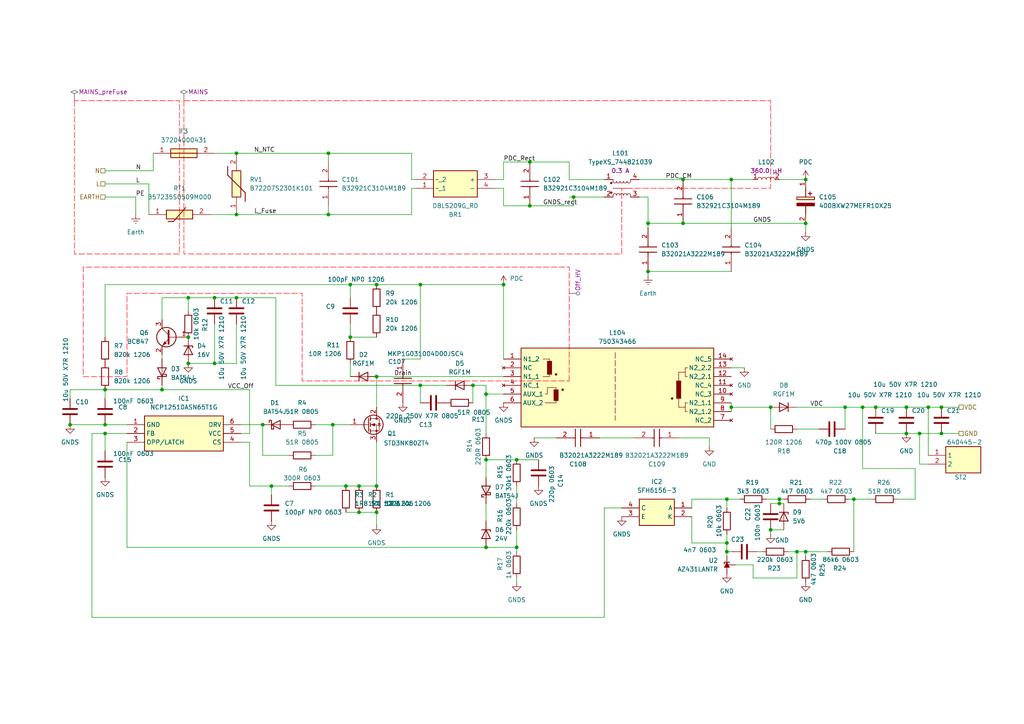
<source format=kicad_sch>
(kicad_sch (version 20250114) (generator "eeschema") (generator_version "9.0")
  (paper "A4")
  (junction (at 212.09 52.07))
  (junction (at 210.82 157.48))
  (junction (at 109.22 109.22))
  (junction (at 30.48 125.73))
  (junction (at 198.12 64.77))
  (junction (at 187.96 78.74))
  (junction (at 46.99 113.03))
  (junction (at 247.65 144.78))
  (junction (at 62.23 105.41))
  (junction (at 223.52 118.11))
  (junction (at 245.11 118.11))
  (junction (at 166.37 57.15))
  (junction (at 269.24 118.11))
  (junction (at 100.33 140.97))
  (junction (at 233.68 64.77))
  (junction (at 95.25 44.45))
  (junction (at 101.6 97.79))
  (junction (at 149.86 133.35))
  (junction (at 262.89 118.11))
  (junction (at 210.82 144.78))
  (junction (at 273.05 118.11))
  (junction (at 101.6 82.55))
  (junction (at 140.97 158.75))
  (junction (at 140.97 133.35))
  (junction (at 76.2 123.19))
  (junction (at 233.68 52.07))
  (junction (at 54.61 97.79))
  (junction (at 250.19 118.11))
  (junction (at 96.52 123.19))
  (junction (at 68.58 62.23))
  (junction (at 104.14 140.97))
  (junction (at 210.82 160.02))
  (junction (at 266.7 125.73))
  (junction (at 78.74 140.97))
  (junction (at 104.14 148.59))
  (junction (at 109.22 148.59))
  (junction (at 149.86 158.75))
  (junction (at 140.97 114.3))
  (junction (at 153.67 46.99))
  (junction (at 109.22 82.55))
  (junction (at 137.16 111.76))
  (junction (at 146.05 82.55))
  (junction (at 226.06 146.05))
  (junction (at 30.48 123.19))
  (junction (at 153.67 59.69))
  (junction (at 198.12 52.07))
  (junction (at 121.92 82.55))
  (junction (at 30.48 113.03))
  (junction (at 262.89 125.73))
  (junction (at 233.68 160.02))
  (junction (at 54.61 105.41))
  (junction (at 20.32 123.19))
  (junction (at 121.92 111.76))
  (junction (at 226.06 144.78))
  (junction (at 212.09 118.11))
  (junction (at 231.14 160.02))
  (junction (at 273.05 125.73))
  (junction (at 68.58 86.36))
  (junction (at 95.25 62.23))
  (junction (at 223.52 153.67))
  (junction (at 68.58 44.45))
  (junction (at 62.23 86.36))
  (junction (at 187.96 64.77))
  (junction (at 54.61 86.36))
  (junction (at 109.22 140.97))
  (junction (at 254 118.11))
  (wire (pts (xy 226.06 144.78) (xy 227.33 144.78)))
  (wire (pts (xy 68.58 44.45) (xy 95.25 44.45)))
  (wire (pts (xy 26.67 179.07) (xy 175.26 179.07)))
  (wire (pts (xy 218.44 163.83) (xy 218.44 167.64)))
  (wire (pts (xy 95.25 44.45) (xy 95.25 46.99)))
  (wire (pts (xy 116.84 104.14) (xy 121.92 104.14)))
  (wire (pts (xy 196.85 127) (xy 205.74 127)))
  (wire (pts (xy 140.97 146.05) (xy 140.97 151.13)))
  (wire (pts (xy 95.25 62.23) (xy 68.58 62.23)))
  (wire (pts (xy 39.37 62.23) (xy 39.37 57.15)))
  (wire (pts (xy 234.95 144.78) (xy 238.76 144.78)))
  (wire (pts (xy 69.85 125.73) (xy 72.39 125.73)))
  (wire (pts (xy 30.48 53.34) (xy 43.18 53.34)))
  (wire (pts (xy 129.54 111.76) (xy 121.92 111.76)))
  (wire (pts (xy 20.32 123.19) (xy 30.48 123.19)))
  (wire (pts (xy 212.09 118.11) (xy 212.09 119.38)))
  (wire (pts (xy 247.65 160.02) (xy 247.65 144.78)))
  (wire (pts (xy 223.52 153.67) (xy 227.33 153.67)))
  (wire (pts (xy 254 125.73) (xy 262.89 125.73)))
  (wire (pts (xy 213.36 163.83) (xy 218.44 163.83)))
  (wire (pts (xy 205.74 127) (xy 205.74 129.54)))
  (wire (pts (xy 187.96 78.74) (xy 212.09 78.74)))
  (wire (pts (xy 226.06 144.78) (xy 226.06 146.05)))
  (wire (pts (xy 223.52 153.67) (xy 223.52 154.94)))
  (wire (pts (xy 80.01 111.76) (xy 121.92 111.76)))
  (wire (pts (xy 46.99 111.76) (xy 46.99 113.03)))
  (wire (pts (xy 30.48 123.19) (xy 36.83 123.19)))
  (wire (pts (xy 62.23 44.45) (xy 68.58 44.45)))
  (wire (pts (xy 260.35 144.78) (xy 265.43 144.78)))
  (wire (pts (xy 149.86 153.67) (xy 149.86 158.75)))
  (wire (pts (xy 46.99 92.71) (xy 46.99 86.36)))
  (wire (pts (xy 200.66 149.86) (xy 200.66 157.48)))
  (wire (pts (xy 250.19 135.89) (xy 265.43 135.89)))
  (wire (pts (xy 173.99 127) (xy 184.15 127)))
  (wire (pts (xy 69.85 123.19) (xy 76.2 123.19)))
  (wire (pts (xy 146.05 114.3) (xy 140.97 114.3)))
  (wire (pts (xy 30.48 49.53) (xy 44.45 49.53)))
  (wire (pts (xy 119.38 44.45) (xy 119.38 52.07)))
  (wire (pts (xy 187.96 64.77) (xy 198.12 64.77)))
  (wire (pts (xy 233.68 160.02) (xy 240.03 160.02)))
  (wire (pts (xy 247.65 144.78) (xy 246.38 144.78)))
  (wire (pts (xy 198.12 64.77) (xy 233.68 64.77)))
  (wire (pts (xy 200.66 144.78) (xy 210.82 144.78)))
  (wire (pts (xy 154.94 127) (xy 161.29 127)))
  (wire (pts (xy 30.48 130.81) (xy 30.48 125.73)))
  (wire (pts (xy 20.32 115.57) (xy 20.32 113.03)))
  (wire (pts (xy 20.32 113.03) (xy 30.48 113.03)))
  (wire (pts (xy 62.23 105.41) (xy 68.58 105.41)))
  (wire (pts (xy 72.39 113.03) (xy 46.99 113.03)))
  (wire (pts (xy 80.01 86.36) (xy 80.01 111.76)))
  (wire (pts (xy 269.24 132.08) (xy 269.24 118.11)))
  (wire (pts (xy 76.2 132.08) (xy 76.2 123.19)))
  (wire (pts (xy 91.44 132.08) (xy 96.52 132.08)))
  (wire (pts (xy 121.92 82.55) (xy 146.05 82.55)))
  (wire (pts (xy 210.82 160.02) (xy 212.09 160.02)))
  (wire (pts (xy 62.23 86.36) (xy 68.58 86.36)))
  (wire (pts (xy 247.65 144.78) (xy 252.73 144.78)))
  (wire (pts (xy 146.05 46.99) (xy 153.67 46.99)))
  (wire (pts (xy 119.38 52.07) (xy 120.65 52.07)))
  (wire (pts (xy 231.14 124.46) (xy 237.49 124.46)))
  (wire (pts (xy 166.37 57.15) (xy 175.26 57.15)))
  (wire (pts (xy 231.14 160.02) (xy 228.6 160.02)))
  (wire (pts (xy 109.22 128.27) (xy 109.22 140.97)))
  (wire (pts (xy 212.09 52.07) (xy 212.09 66.04)))
  (wire (pts (xy 143.51 54.61) (xy 146.05 54.61)))
  (wire (pts (xy 54.61 86.36) (xy 62.23 86.36)))
  (wire (pts (xy 187.96 80.01) (xy 187.96 78.74)))
  (wire (pts (xy 72.39 128.27) (xy 72.39 140.97)))
  (wire (pts (xy 43.18 62.23) (xy 43.18 53.34)))
  (wire (pts (xy 30.48 125.73) (xy 36.83 125.73)))
  (wire (pts (xy 101.6 82.55) (xy 30.48 82.55)))
  (wire (pts (xy 140.97 111.76) (xy 140.97 114.3)))
  (wire (pts (xy 218.44 167.64) (xy 231.14 167.64)))
  (wire (pts (xy 223.52 118.11) (xy 212.09 118.11)))
  (wire (pts (xy 269.24 118.11) (xy 273.05 118.11)))
  (wire (pts (xy 54.61 105.41) (xy 62.23 105.41)))
  (wire (pts (xy 95.25 59.69) (xy 95.25 62.23)))
  (wire (pts (xy 210.82 144.78) (xy 214.63 144.78)))
  (wire (pts (xy 233.68 67.31) (xy 233.68 64.77)))
  (wire (pts (xy 95.25 44.45) (xy 119.38 44.45)))
  (wire (pts (xy 109.22 82.55) (xy 121.92 82.55)))
  (wire (pts (xy 273.05 125.73) (xy 278.13 125.73)))
  (wire (pts (xy 95.25 62.23) (xy 119.38 62.23)))
  (wire (pts (xy 265.43 135.89) (xy 265.43 144.78)))
  (wire (pts (xy 121.92 111.76) (xy 121.92 116.84)))
  (wire (pts (xy 68.58 93.98) (xy 68.58 105.41)))
  (wire (pts (xy 39.37 57.15) (xy 30.48 57.15)))
  (wire (pts (xy 149.86 167.64) (xy 149.86 168.91)))
  (wire (pts (xy 119.38 54.61) (xy 119.38 62.23)))
  (wire (pts (xy 69.85 128.27) (xy 72.39 128.27)))
  (wire (pts (xy 78.74 140.97) (xy 83.82 140.97)))
  (wire (pts (xy 273.05 118.11) (xy 278.13 118.11)))
  (wire (pts (xy 60.96 62.23) (xy 68.58 62.23)))
  (wire (pts (xy 72.39 125.73) (xy 72.39 113.03)))
  (wire (pts (xy 146.05 82.55) (xy 146.05 104.14)))
  (wire (pts (xy 121.92 104.14) (xy 121.92 82.55)))
  (wire (pts (xy 91.44 123.19) (xy 96.52 123.19)))
  (wire (pts (xy 46.99 102.87) (xy 46.99 104.14)))
  (wire (pts (xy 254 118.11) (xy 262.89 118.11)))
  (wire (pts (xy 96.52 132.08) (xy 96.52 123.19)))
  (wire (pts (xy 104.14 140.97) (xy 109.22 140.97)))
  (wire (pts (xy 210.82 154.94) (xy 210.82 157.48)))
  (wire (pts (xy 222.25 144.78) (xy 226.06 144.78)))
  (wire (pts (xy 109.22 118.11) (xy 109.22 109.22)))
  (wire (pts (xy 245.11 118.11) (xy 250.19 118.11)))
  (wire (pts (xy 149.86 140.97) (xy 149.86 146.05)))
  (wire (pts (xy 100.33 140.97) (xy 104.14 140.97)))
  (wire (pts (xy 226.06 146.05) (xy 227.33 146.05)))
  (wire (pts (xy 231.14 118.11) (xy 245.11 118.11)))
  (wire (pts (xy 96.52 123.19) (xy 101.6 123.19)))
  (wire (pts (xy 175.26 147.32) (xy 180.34 147.32)))
  (wire (pts (xy 140.97 114.3) (xy 140.97 125.73)))
  (wire (pts (xy 78.74 140.97) (xy 78.74 143.51)))
  (wire (pts (xy 245.11 118.11) (xy 245.11 124.46)))
  (wire (pts (xy 266.7 134.62) (xy 269.24 134.62)))
  (wire (pts (xy 46.99 113.03) (xy 30.48 113.03)))
  (wire (pts (xy 83.82 132.08) (xy 76.2 132.08)))
  (wire (pts (xy 146.05 54.61) (xy 146.05 59.69)))
  (wire (pts (xy 140.97 133.35) (xy 140.97 138.43)))
  (wire (pts (xy 266.7 125.73) (xy 266.7 134.62)))
  (wire (pts (xy 146.05 59.69) (xy 153.67 59.69)))
  (wire (pts (xy 30.48 82.55) (xy 30.48 97.79)))
  (wire (pts (xy 198.12 52.07) (xy 212.09 52.07)))
  (wire (pts (xy 250.19 118.11) (xy 250.19 135.89)))
  (wire (pts (xy 101.6 105.41) (xy 101.6 109.22)))
  (wire (pts (xy 140.97 158.75) (xy 36.83 158.75)))
  (wire (pts (xy 187.96 66.04) (xy 187.96 64.77)))
  (wire (pts (xy 165.1 52.07) (xy 175.26 52.07)))
  (wire (pts (xy 233.68 160.02) (xy 231.14 160.02)))
  (wire (pts (xy 185.42 52.07) (xy 198.12 52.07)))
  (wire (pts (xy 91.44 140.97) (xy 100.33 140.97)))
  (wire (pts (xy 219.71 160.02) (xy 220.98 160.02)))
  (wire (pts (xy 109.22 109.22) (xy 146.05 109.22)))
  (wire (pts (xy 137.16 111.76) (xy 140.97 111.76)))
  (wire (pts (xy 109.22 82.55) (xy 101.6 82.55)))
  (wire (pts (xy 223.52 146.05) (xy 226.06 146.05)))
  (wire (pts (xy 109.22 148.59) (xy 109.22 152.4)))
  (wire (pts (xy 149.86 133.35) (xy 156.21 133.35)))
  (wire (pts (xy 200.66 147.32) (xy 200.66 144.78)))
  (wire (pts (xy 120.65 54.61) (xy 119.38 54.61)))
  (wire (pts (xy 210.82 144.78) (xy 210.82 147.32)))
  (wire (pts (xy 46.99 86.36) (xy 54.61 86.36)))
  (wire (pts (xy 140.97 133.35) (xy 149.86 133.35)))
  (wire (pts (xy 101.6 93.98) (xy 101.6 97.79)))
  (wire (pts (xy 149.86 158.75) (xy 149.86 160.02)))
  (wire (pts (xy 200.66 157.48) (xy 210.82 157.48)))
  (wire (pts (xy 262.89 118.11) (xy 269.24 118.11)))
  (wire (pts (xy 266.7 125.73) (xy 273.05 125.73)))
  (wire (pts (xy 212.09 52.07) (xy 218.44 52.07)))
  (wire (pts (xy 68.58 86.36) (xy 80.01 86.36)))
  (wire (pts (xy 101.6 82.55) (xy 101.6 86.36)))
  (wire (pts (xy 100.33 148.59) (xy 104.14 148.59)))
  (wire (pts (xy 212.09 116.84) (xy 212.09 118.11)))
  (wire (pts (xy 210.82 160.02) (xy 210.82 161.29)))
  (wire (pts (xy 153.67 59.69) (xy 166.37 59.69)))
  (wire (pts (xy 26.67 125.73) (xy 26.67 179.07)))
  (wire (pts (xy 101.6 97.79) (xy 109.22 97.79)))
  (wire (pts (xy 187.96 64.77) (xy 187.96 57.15)))
  (wire (pts (xy 233.68 161.29) (xy 233.68 160.02)))
  (wire (pts (xy 104.14 148.59) (xy 109.22 148.59)))
  (wire (pts (xy 146.05 52.07) (xy 146.05 46.99)))
  (wire (pts (xy 36.83 158.75) (xy 36.83 128.27)))
  (wire (pts (xy 187.96 57.15) (xy 185.42 57.15)))
  (wire (pts (xy 72.39 140.97) (xy 78.74 140.97)))
  (wire (pts (xy 226.06 52.07) (xy 233.68 52.07)))
  (wire (pts (xy 231.14 167.64) (xy 231.14 160.02)))
  (wire (pts (xy 175.26 179.07) (xy 175.26 147.32)))
  (wire (pts (xy 30.48 125.73) (xy 26.67 125.73)))
  (wire (pts (xy 212.09 106.68) (xy 215.9 106.68)))
  (wire (pts (xy 30.48 113.03) (xy 30.48 115.57)))
  (wire (pts (xy 210.82 157.48) (xy 210.82 160.02)))
  (wire (pts (xy 54.61 86.36) (xy 54.61 90.17)))
  (wire (pts (xy 143.51 52.07) (xy 146.05 52.07)))
  (wire (pts (xy 250.19 118.11) (xy 254 118.11)))
  (wire (pts (xy 137.16 111.76) (xy 137.16 116.84)))
  (wire (pts (xy 262.89 125.73) (xy 266.7 125.73)))
  (wire (pts (xy 166.37 57.15) (xy 166.37 59.69)))
  (wire (pts (xy 62.23 93.98) (xy 62.23 105.41)))
  (wire (pts (xy 149.86 158.75) (xy 140.97 158.75)))
  (wire (pts (xy 223.52 118.11) (xy 223.52 124.46)))
  (wire (pts (xy 165.1 57.15) (xy 166.37 57.15)))
  (wire (pts (xy 153.67 46.99) (xy 165.1 46.99)))
  (wire (pts (xy 165.1 52.07) (xy 165.1 46.99)))
  (wire (pts (xy 44.45 49.53) (xy 44.45 44.45)))
  (label "PE" (at 39.37 57.15 0))
  (label "L_Fuse" (at 73.66 62.23 0))
  (label "VCC_Off" (at 66.04 113.03 0))
  (label "GNDS" (at 218.44 64.77 0))
  (label "PDC_Rect" (at 146.05 46.99 0))
  (label "N" (at 39.37 49.53 0))
  (label "L" (at 39.37 53.34 0))
  (label "PDC_CM" (at 193.04 52.07 0))
  (label "VDC" (at 234.95 118.11 0))
  (label "N_NTC" (at 73.66 44.45 0))
  (label "Drain" (at 114.3 109.22 0))
  (label "GNDS_rect" (at 157.48 59.69 0))
  (hierarchical_label "N" (shape passive) (at 30.48 49.53 180))
  (hierarchical_label "GND" (shape passive) (at 278.13 125.73 0))
  (hierarchical_label "VDC" (shape passive) (at 278.13 118.11 0))
  (hierarchical_label "EARTH" (shape passive) (at 30.48 57.15 180))
  (hierarchical_label "L" (shape passive) (at 30.48 53.34 180))
  (rule_area (polyline (pts (xy 21.59 29.21) (xy 21.59 73.66) (xy 52.07 73.66) (xy 52.07 33.655) (xy 52.07 29.21)) (stroke (width 0) (type dash))))
  (rule_area (polyline (pts (xy 53.34 29.21) (xy 53.34 73.66) (xy 180.34 73.66) (xy 180.34 54.61) (xy 223.52 54.61) (xy 223.52 29.21)) (stroke (width 0) (type dash))))
  (rule_area (polyline (pts (xy 165.1 110.49) (xy 165.1 77.47) (xy 24.13 77.47) (xy 24.13 109.22) (xy 36.83 109.22) (xy 36.83 85.09) (xy 87.63 85.09) (xy 87.63 110.49) (xy 92.71 110.49)) (stroke (width 0) (type dash))))
  (netclass_flag "" (length 2.54) (shape diamond) (at 53.34 29.21 0) (property "Netclass" "MAINS" (at 54.5465 26.67 0) (effects (justify left))))
  (netclass_flag "" (length 2.54) (shape diamond) (at 21.59 29.21 0) (property "Netclass" "MAINS_preFuse" (at 22.7965 26.67 0) (effects (justify left))))
  (netclass_flag "" (length 2.54) (shape round) (at 165.1 85.09 270) (property "Netclass" "Off_HV" (at 167.64 84.3915 90) (effects (justify left))))
  (symbol (lib_id "Device:C") (at 78.74 147.32 0) (unit 1)
    (property "Reference" "C7" (at 82.55 146.0499 0) (effects (justify left)))
    (property "Value" "100pF NP0 0603" (at 82.55 148.5899 0) (effects (justify left)))
    (property "Footprint" "Capacitor_SMD:C_0603_1608Metric" (effects (hide yes)))
    (property "Description" "Unpolarized capacitor" (effects (hide yes)))
  )
  (symbol (lib_id "Device:C") (at 156.21 137.16 0) (unit 1)
    (property "Reference" "C14" (at 162.56 139.446 90))
    (property "Value" "220p 0603" (at 160.02 140.462 90))
    (property "Footprint" "Capacitor_SMD:C_0603_1608Metric" (effects (hide yes)))
    (property "Description" "Unpolarized capacitor" (effects (hide yes)))
  )
  (symbol (lib_id "power:GND") (at 210.82 166.37 0) (unit 1)
    (property "Reference" "#PWR016" (effects (hide yes)))
    (property "Value" "GND" (at 210.82 171.45 0))
    (property "Description" "Power symbol creates a global label with name \"GND\" , ground" (effects (hide yes)))
  )
  (symbol (lib_id "Diode:BAT54J") (at 80.01 123.19 0) (unit 1)
    (property "Reference" "D1" (at 79.6925 116.84 0))
    (property "Value" "BAT54J" (at 79.6925 119.38 0))
    (property "Footprint" "Diode_SMD:D_SOD-323F" (effects (hide yes)))
    (property "Datasheet" "https://assets.nexperia.com/documents/data-sheet/BAT54J.pdf" (effects (hide yes)))
    (property "Description" "30V 200mA Schottky diode, SOD-323F" (effects (hide yes)))
  )
  (symbol (lib_id "Inductor_Wurth_WE-FI:7447037") (at 222.25 52.07 0) (unit 1)
    (property "Reference" "L102" (at 222.25 46.99 0))
    (property "Value" "7447037" (effects (hide yes)))
    (property "Footprint" "Inductor_THT_Wurth:L_Wurth_WE-FI_7447037" (effects (hide yes)))
    (property "Datasheet" "https://www.we-online.com/catalog/datasheet/7447037.pdf?ki" (effects (hide yes)))
    (property "Description" "Leaded Toroidal Line Choke" (effects (hide yes)))
    (property "Manufacturer" "Wurth Elektronik" (effects (hide yes)))
    (property "Manufacturer URL" "https://www.we-online.com" (effects (hide yes)))
    (property "Published Date" "20250324" (effects (hide yes)))
    (property "Match Code" "WE-FI" (effects (hide yes)))
    (property "Part Number" "7447037" (effects (hide yes)))
    (property "Mounting Technology" "THT" (effects (hide yes)))
    (property "L (µH)" "360.0" (effects (hide yes)))
    (property "IR (A)" "0.9" (effects (hide yes)))
    (property "RDC max. (Ω)" "0.45" (effects (hide yes)))
    (property "Critical Parameter" "360.0 µH" (at 222.25 49.53 0))
  )
  (symbol (lib_id "Hansmann:400BXW27MEFR10X25") (at 233.68 52.07 270) (unit 1)
    (property "Reference" "C105" (at 237.49 57.1499 90) (effects (justify left)))
    (property "Value" "400BXW27MEFR10X25" (at 237.49 59.6899 90) (effects (justify left)))
    (property "Footprint" "CAPPRD500W60D1025H2700" (effects (hide yes)))
    (property "Datasheet" "http://www.rubycon.co.jp/en/catalog/e_pdfs/aluminum/e_BXW.pdf" (effects (hide yes)))
    (property "Description" "Aluminum Electrolytic Capacitors - Radial Leaded LONG LIFE ELECTROLYTIC CAPACITORS" (effects (hide yes)))
    (property "Height" "27" (effects (hide yes)))
    (property "Mouser Part Number" "232-400BXW27MEFR10X2" (effects (hide yes)))
    (property "Mouser Price/Stock" "https://www.mouser.co.uk/ProductDetail/Rubycon/400BXW27MEFR10X25?qs=T3oQrply3y%2FQPrLU5wk05Q%3D%3D" (effects (hide yes)))
    (property "Manufacturer_Name" "Rubycon" (effects (hide yes)))
    (property "Manufacturer_Part_Number" "400BXW27MEFR10X25" (effects (hide yes)))
  )
  (symbol (lib_id "Hansmann:SFH6156-3") (at 200.66 147.32 0) (mirror y) (unit 1)
    (property "Reference" "IC2" (at 190.5 139.7 0))
    (property "Value" "SFH6156-3" (at 190.5 142.24 0))
    (property "Footprint" "SOP254P978X406-4N" (effects (hide yes)))
    (property "Datasheet" "http://www.vishay.com/docs/83671/sfh6156.pdf" (effects (hide yes)))
    (property "Description" "Optocoupler DC-IN 1-CH Transistor DC-OUT 4-Pin PDIP SMD" (effects (hide yes)))
    (property "Height" "4.059" (effects (hide yes)))
    (property "Mouser Part Number" "782-SFH6156-3" (effects (hide yes)))
    (property "Mouser Price/Stock" "https://www.mouser.co.uk/ProductDetail/Vishay-Semiconductors/SFH6156-3?qs=xCMk%252BIHWTZNcqmFxlIhrAw%3D%3D" (effects (hide yes)))
    (property "Manufacturer_Name" "Vishay" (effects (hide yes)))
    (property "Manufacturer_Part_Number" "SFH6156-3" (effects (hide yes)))
  )
  (symbol (lib_id "Device:R") (at 133.35 116.84 270) (unit 1)
    (property "Reference" "R13" (at 138.684 121.666 90))
    (property "Value" "51R 0805" (at 137.414 119.634 90))
    (property "Footprint" "Resistor_SMD:R_0805_2012Metric" (effects (hide yes)))
    (property "Description" "Resistor" (effects (hide yes)))
  )
  (symbol (lib_id "power:GNDS") (at 180.34 149.86 0) (unit 1)
    (property "Reference" "#PWR013" (effects (hide yes)))
    (property "Value" "GNDS" (at 180.34 154.94 0))
    (property "Description" "Power symbol creates a global label with name \"GNDS\" , signal ground" (effects (hide yes)))
  )
  (symbol (lib_id "power:GND") (at 233.68 168.91 0) (unit 1)
    (property "Reference" "#PWR021" (effects (hide yes)))
    (property "Value" "GND" (at 233.68 173.99 0))
    (property "Description" "Power symbol creates a global label with name \"GND\" , ground" (effects (hide yes)))
  )
  (symbol (lib_id "power:GNDS") (at 116.84 116.84 0) (unit 1)
    (property "Reference" "#PWR07" (effects (hide yes)))
    (property "Value" "GNDS" (at 116.84 121.92 0))
    (property "Description" "Power symbol creates a global label with name \"GNDS\" , signal ground" (effects (hide yes)))
  )
  (symbol (lib_id "power:GNDS") (at 156.21 140.97 0) (unit 1)
    (property "Reference" "#PWR012" (effects (hide yes)))
    (property "Value" "GNDS" (at 156.21 146.05 0))
    (property "Description" "Power symbol creates a global label with name \"GNDS\" , signal ground" (effects (hide yes)))
  )
  (symbol (lib_id "Device:C") (at 254 121.92 0) (unit 1)
    (property "Reference" "C19" (at 255.524 119.126 0) (effects (justify left)))
    (property "Value" "10u 50V X7R 1210" (at 245.872 114.554 0) (effects (justify left)))
    (property "Footprint" "Capacitor_SMD:C_1210_3225Metric" (effects (hide yes)))
    (property "Description" "Unpolarized capacitor" (effects (hide yes)))
  )
  (symbol (lib_id "Reference_Voltage:TL432DBZ") (at 210.82 163.83 270) (mirror x) (unit 1)
    (property "Reference" "U2" (at 208.28 162.5599 90) (effects (justify right)))
    (property "Value" "AZ431LANTR" (at 208.28 165.0999 90) (effects (justify right)))
    (property "Footprint" "Package_TO_SOT_SMD:SOT-23" (effects (hide yes)))
    (property "Datasheet" "http://www.ti.com/lit/ds/symlink/tl431.pdf" (effects (hide yes)))
    (property "Description" "Shunt Regulator, SOT-23" (effects (hide yes)))
  )
  (symbol (lib_id "power:GND") (at 205.74 129.54 0) (unit 1)
    (property "Reference" "#PWR015" (effects (hide yes)))
    (property "Value" "GND" (at 205.74 134.62 0))
    (property "Description" "Power symbol creates a global label with name \"GND\" , ground" (effects (hide yes)))
  )
  (symbol (lib_id "power:GNDS") (at 149.86 168.91 0) (unit 1)
    (property "Reference" "#PWR010" (effects (hide yes)))
    (property "Value" "GNDS" (at 149.86 173.99 0))
    (property "Description" "Power symbol creates a global label with name \"GNDS\" , signal ground" (effects (hide yes)))
  )
  (symbol (lib_id "Hansmann:B72207S2301K101") (at 68.58 62.23 90) (unit 1)
    (property "Reference" "RV1" (at 72.39 52.0699 90) (effects (justify right)))
    (property "Value" "B72207S2301K101" (at 72.39 54.6099 90) (effects (justify right)))
    (property "Footprint" "B72207S2301K101" (effects (hide yes)))
    (property "Datasheet" "https://product.tdk.com/system/files/dam/doc/product/protection/voltage/lead-disk-varistor/data_sheet/70/db/var/siov_leaded_advanced.pdf" (effects (hide yes)))
    (property "Description" "Leaded Disk Varistors, Max. Operating Voltage [AC]=300Vrms, Max. Surge Current Imax(8/20us,1time)=1750A" (effects (hide yes)))
    (property "Height" "11" (effects (hide yes)))
    (property "Mouser Part Number" "871-B72207S2301K101" (effects (hide yes)))
    (property "Mouser Price/Stock" "https://www.mouser.co.uk/ProductDetail/EPCOS-TDK/B72207S2301K101?qs=xN3cbABbNRYd7lm30fFKQQ%3D%3D" (effects (hide yes)))
    (property "Manufacturer_Name" "TDK" (effects (hide yes)))
    (property "Manufacturer_Part_Number" "B72207S2301K101" (effects (hide yes)))
  )
  (symbol (lib_id "power:GNDS") (at 146.05 116.84 0) (unit 1)
    (property "Reference" "#PWR09" (effects (hide yes)))
    (property "Value" "GNDS" (at 146.05 121.92 0))
    (property "Description" "Power symbol creates a global label with name \"GNDS\" , signal ground" (effects (hide yes)))
  )
  (symbol (lib_id "Device:C") (at 273.05 121.92 0) (unit 1)
    (property "Reference" "C21" (at 274.574 119.126 0) (effects (justify left)))
    (property "Value" "10u 50V X7R 1210" (at 265.938 114.554 0) (effects (justify left)))
    (property "Footprint" "Capacitor_SMD:C_1210_3225Metric" (effects (hide yes)))
    (property "Description" "Unpolarized capacitor" (effects (hide yes)))
  )
  (symbol (lib_id "Inductor_Wurth_WE-CMB:TypeXS_744821039") (at 180.34 54.61 0) (unit 1)
    (property "Reference" "L101" (at 179.959 44.45 0))
    (property "Value" "TypeXS_744821039" (at 179.959 46.99 0))
    (property "Footprint" "Inductor_THT_Wurth:L_Wurth_WE-CMB-XS_744821039" (effects (hide yes)))
    (property "Datasheet" "https://www.we-online.com/catalog/datasheet/744821039.pdf?ki" (effects (hide yes)))
    (property "Description" "Common Mode Power Line Choke" (effects (hide yes)))
    (property "Manufacturer" "Wurth Elektronik" (effects (hide yes)))
    (property "Manufacturer URL" "https://www.we-online.com" (effects (hide yes)))
    (property "Published Date" "20250214" (effects (hide yes)))
    (property "Match Code" "WE-CMB" (effects (hide yes)))
    (property "Part Number" "744821039" (effects (hide yes)))
    (property "Size" "TypeXS" (effects (hide yes)))
    (property "Mounting Technology" "THT" (effects (hide yes)))
    (property "IR (A)" "0.3" (effects (hide yes)))
    (property "L (mH)" "39.0" (effects (hide yes)))
    (property "RDC max. (mΩ)" "3000.0" (effects (hide yes)))
    (property "VR (V (AC))" "250" (effects (hide yes)))
    (property "VT (V (AC))" "1500" (effects (hide yes)))
    (property "Material" "MnZn" (effects (hide yes)))
    (property "L (mm)" "15.8" (effects (hide yes)))
    (property "W (mm)" "7.8" (effects (hide yes)))
    (property "H (mm)" "18.0" (effects (hide yes)))
    (property "Critical Parameter" "0.3 A" (at 179.959 49.53 0))
  )
  (symbol (lib_id "Device:D") (at 133.35 111.76 0) (unit 1)
    (property "Reference" "D5" (at 133.35 105.41 0))
    (property "Value" "RGF1M" (at 133.35 107.95 0))
    (property "Footprint" "Diode_SMD:D_SMA" (effects (hide yes)))
    (property "Description" "Diode" (effects (hide yes)))
    (property "Sim.Device" "D" (effects (hide yes)))
    (property "Sim.Pins" "1=K 2=A" (effects (hide yes)))
  )
  (symbol (lib_id "power:GNDS") (at 78.74 151.13 0) (unit 1)
    (property "Reference" "#PWR05" (effects (hide yes)))
    (property "Value" "GNDS" (at 78.74 156.21 0))
    (property "Description" "Power symbol creates a global label with name \"GNDS\" , signal ground" (effects (hide yes)))
  )
  (symbol (lib_id "Device:R") (at 218.44 144.78 270) (mirror x) (unit 1)
    (property "Reference" "R19" (at 218.186 139.954 90))
    (property "Value" "3k3 0603" (at 218.44 142.494 90))
    (property "Footprint" "Resistor_SMD:R_0603_1608Metric" (effects (hide yes)))
    (property "Description" "Resistor" (effects (hide yes)))
  )
  (symbol (lib_id "Hansmann:B32021A3222M189") (at 196.85 127 0) (mirror y) (unit 1)
    (property "Reference" "C109" (at 190.5 134.62 0))
    (property "Value" "B32021A3222M189" (at 190.5 132.08 0))
    (property "Footprint" "Hansmann:B32021__13_x_4_" (effects (hide yes)))
    (property "Datasheet" "https://product.tdk.com/system/files/dam/doc/product/capacitor/film/emi/data_sheet/20/20/db/fc_2009/y2_b32021_026.pdf" (effects (hide yes)))
    (property "Description" "EMI Suppression Capacitors, 0.0022uF, 300Vrms AC, 4m(W) x 9m(H) x 13m(L)" (effects (hide yes)))
    (property "Mouser Part Number" "871-B32021A3222M189" (effects (hide yes)))
    (property "Mouser Price/Stock" "https://www.mouser.co.uk/ProductDetail/EPCOS-TDK/B32021A3222M189?qs=FNSAlmj86E1UZItQdZ73ug%3D%3D" (effects (hide yes)))
    (property "Manufacturer_Name" "TDK" (effects (hide yes)))
    (property "Manufacturer_Part_Number" "B32021A3222M189" (effects (hide yes)))
  )
  (symbol (lib_id "Diode:BAT54J") (at 46.99 107.95 90) (unit 1)
    (property "Reference" "D3" (at 49.53 106.9974 90) (effects (justify right)))
    (property "Value" "BAT54J" (at 49.53 109.5374 90) (effects (justify right)))
    (property "Footprint" "Diode_SMD:D_SOD-323F" (effects (hide yes)))
    (property "Datasheet" "https://assets.nexperia.com/documents/data-sheet/BAT54J.pdf" (effects (hide yes)))
    (property "Description" "30V 200mA Schottky diode, SOD-323F" (effects (hide yes)))
  )
  (symbol (lib_id "Device:R") (at 109.22 86.36 0) (unit 1)
    (property "Reference" "R9" (at 111.76 85.0899 0) (effects (justify left)))
    (property "Value" "20k 1206" (at 111.76 87.6299 0) (effects (justify left)))
    (property "Footprint" "Resistor_SMD:R_1206_3216Metric" (effects (hide yes)))
    (property "Description" "Resistor" (effects (hide yes)))
  )
  (symbol (lib_id "Device:C") (at 20.32 119.38 0) (unit 1)
    (property "Reference" "C10" (at 21.844 116.586 0) (effects (justify left)))
    (property "Value" "10u 50V X7R 1210" (at 19.05 116.586 90) (effects (justify left)))
    (property "Footprint" "Capacitor_SMD:C_1210_3225Metric" (effects (hide yes)))
    (property "Description" "Unpolarized capacitor" (effects (hide yes)))
  )
  (symbol (lib_id "Device:D") (at 105.41 109.22 0) (unit 1)
    (property "Reference" "D2" (at 105.41 102.87 0))
    (property "Value" "RGF1M" (at 105.41 105.41 0))
    (property "Footprint" "Diode_SMD:D_SMA" (effects (hide yes)))
    (property "Description" "Diode" (effects (hide yes)))
    (property "Sim.Device" "D" (effects (hide yes)))
    (property "Sim.Pins" "1=K 2=A" (effects (hide yes)))
  )
  (symbol (lib_id "Device:R") (at 87.63 123.19 90) (unit 1)
    (property "Reference" "R4" (at 87.63 116.84 90))
    (property "Value" "51R 0805" (at 87.63 119.38 90))
    (property "Footprint" "Resistor_SMD:R_0805_2012Metric" (effects (hide yes)))
    (property "Description" "Resistor" (effects (hide yes)))
  )
  (symbol (lib_id "Device:R") (at 149.86 163.83 180) (unit 1)
    (property "Reference" "R17" (at 145.034 163.576 90))
    (property "Value" "1k 0603" (at 147.574 163.83 90))
    (property "Footprint" "Resistor_SMD:R_0603_1608Metric" (effects (hide yes)))
    (property "Description" "Resistor" (effects (hide yes)))
  )
  (symbol (lib_id "Device:R") (at 256.54 144.78 270) (mirror x) (unit 1)
    (property "Reference" "R26" (at 256.286 139.954 90))
    (property "Value" "51R 0805" (at 256.54 142.494 90))
    (property "Footprint" "Resistor_SMD:R_0805_2012Metric" (effects (hide yes)))
    (property "Description" "Resistor" (effects (hide yes)))
  )
  (symbol (lib_id "Device:R") (at 242.57 144.78 270) (mirror x) (unit 1)
    (property "Reference" "R22" (at 242.316 139.954 90))
    (property "Value" "4k7 0603" (at 242.57 142.494 90))
    (property "Footprint" "Resistor_SMD:R_0603_1608Metric" (effects (hide yes)))
    (property "Description" "Resistor" (effects (hide yes)))
  )
  (symbol (lib_id "Diode:BAT54J") (at 140.97 142.24 90) (unit 1)
    (property "Reference" "D7" (at 143.51 141.2874 90) (effects (justify right)))
    (property "Value" "BAT54J" (at 143.51 143.8274 90) (effects (justify right)))
    (property "Footprint" "Diode_SMD:D_SOD-323F" (effects (hide yes)))
    (property "Datasheet" "https://assets.nexperia.com/documents/data-sheet/BAT54J.pdf" (effects (hide yes)))
    (property "Description" "30V 200mA Schottky diode, SOD-323F" (effects (hide yes)))
  )
  (symbol (lib_id "Device:D_Zener") (at 54.61 101.6 270) (unit 1)
    (property "Reference" "D4" (at 57.15 100.3299 90) (effects (justify left)))
    (property "Value" "16V" (at 57.15 102.8699 90) (effects (justify left)))
    (property "Footprint" "Diode_SMD:D_SOD-323" (effects (hide yes)))
    (property "Description" "Zener diode" (effects (hide yes)))
  )
  (symbol (lib_id "Hansmann:B32921C3104M189") (at 95.25 59.69 90) (unit 1)
    (property "Reference" "C101" (at 99.06 52.0699 90) (effects (justify right)))
    (property "Value" "B32921C3104M189" (at 99.06 54.6099 90) (effects (justify right)))
    (property "Footprint" "Hansmann:B32921C__13_x_6_" (effects (hide yes)))
    (property "Datasheet" "https://product.tdk.com/system/files/dam/doc/product/capacitor/film/emi/data_sheet/20/20/db/fc_2009/x2_b32921_928.pdf" (effects (hide yes)))
    (property "Description" "EMI Suppression Capacitors, 0.1uF, 305Vrms AC, 6m(W) x 12m(H) x 13m(L)" (effects (hide yes)))
    (property "Mouser Part Number" "871-B32921C3104M189" (effects (hide yes)))
    (property "Mouser Price/Stock" "https://www.mouser.co.uk/ProductDetail/EPCOS-TDK/B32921C3104M189?qs=w5o0Loj0u7P8VuBjiTwLRg%3D%3D" (effects (hide yes)))
    (property "Manufacturer_Name" "TDK" (effects (hide yes)))
    (property "Manufacturer_Part_Number" "B32921C3104M189" (effects (hide yes)))
  )
  (symbol (lib_id "Device:C") (at 241.3 124.46 90) (mirror x) (unit 1)
    (property "Reference" "C18" (at 243.586 130.81 90))
    (property "Value" "470p 100V 0805" (at 244.602 128.27 90))
    (property "Footprint" "Capacitor_SMD:C_0805_2012Metric" (effects (hide yes)))
    (property "Description" "Unpolarized capacitor" (effects (hide yes)))
  )
  (symbol (lib_id "Device:R") (at 54.61 93.98 0) (unit 1)
    (property "Reference" "R12" (at 59.436 94.234 90))
    (property "Value" "10k 0603" (at 56.896 93.98 90))
    (property "Footprint" "Resistor_SMD:R_0603_1608Metric" (effects (hide yes)))
    (property "Description" "Resistor" (effects (hide yes)))
  )
  (symbol (lib_id "Device:C") (at 101.6 90.17 0) (unit 1)
    (property "Reference" "C9" (at 94.488 88.9 0) (effects (justify left)))
    (property "Value" "100pF NP0 1206" (at 94.996 81.026 0) (effects (justify left)))
    (property "Footprint" "Capacitor_SMD:C_1206_3216Metric" (effects (hide yes)))
    (property "Description" "Unpolarized capacitor" (effects (hide yes)))
  )
  (symbol (lib_id "Hansmann:MKP1G031004D00JSC4") (at 116.84 104.14 270) (unit 1)
    (property "Reference" "C107" (at 112.522 104.902 90) (effects (justify left)))
    (property "Value" "MKP1G031004D00JSC4" (at 112.268 102.616 90) (effects (justify left)))
    (property "Footprint" "MKP1G031004D00JSC4" (effects (hide yes)))
    (property "Description" "Film Capacitors .1uF 400 Volts 10%" (effects (hide yes)))
    (property "Height" "14" (effects (hide yes)))
    (property "Mouser Part Number" "505-MKP1G031004DJSC4" (effects (hide yes)))
    (property "Mouser Price/Stock" "https://www.mouser.co.uk/ProductDetail/WIMA/MKP1G031004D00JSC4?qs=mjnqRw4WRubbznjROh7LJA%3D%3D" (effects (hide yes)))
    (property "Manufacturer_Name" "WIMA" (effects (hide yes)))
    (property "Manufacturer_Part_Number" "MKP1G031004D00JSC4" (effects (hide yes)))
  )
  (symbol (lib_id "power:Earth") (at 39.37 62.23 0) (unit 1)
    (property "Reference" "#PWR03" (effects (hide yes)))
    (property "Value" "Earth" (at 39.37 67.31 0))
    (property "Description" "Power symbol creates a global label with name \"Earth\"" (effects (hide yes)))
  )
  (symbol (lib_id "Hansmann:640445-2") (at 269.24 134.62 0) (mirror x) (unit 1)
    (property "Reference" "ST2" (at 276.86 138.43 0) (effects (justify left)))
    (property "Value" "640445-2" (at 274.574 128.27 0) (effects (justify left)))
    (property "Footprint" "6404452" (effects (hide yes)))
    (property "Datasheet" "https://componentsearchengine.com/Datasheets/2/640445-2.pdf" (effects (hide yes)))
    (property "Description" "Configuration Features: PCB Mount Orientation Vertical | Number of Power Positions 2 | Number of Positions 2 | Number of Rows 1 | Contact Features: Contact Mating Area Plating Material Thickness 2.54 MICM | Contact Type Pin | Contact Layout Inline | Mating Post Length 10.16 MM | Mating Post Length .4 INCH | Contact Mating Area Plating Material Tin | PCB Contact Termination Area Plating Material Tin | Contact Mating Area Plating Material Thickness 100 MICIN | Contact Retention Within Housing Without | Contac" (effects (hide yes)))
    (property "Height" "11.049" (effects (hide yes)))
    (property "Mouser Part Number" "5716404452" (effects (hide yes)))
    (property "Mouser Price/Stock" "https://www.mouser.co.uk/ProductDetail/TE-Connectivity-AMP/640445-2?qs=P8zzrVhehau7EdfErby3cQ%3D%3D" (effects (hide yes)))
    (property "Manufacturer_Name" "TE Connectivity" (effects (hide yes)))
    (property "Manufacturer_Part_Number" "640445-2" (effects (hide yes)))
  )
  (symbol (lib_id "power:GND") (at 215.9 106.68 0) (unit 1)
    (property "Reference" "#PWR017" (effects (hide yes)))
    (property "Value" "GND" (at 215.9 111.76 0))
    (property "Description" "Power symbol creates a global label with name \"GND\" , ground" (effects (hide yes)))
  )
  (symbol (lib_id "power:PRI_HI") (at 233.68 52.07 0) (unit 1)
    (property "Reference" "#PWR019" (effects (hide yes)))
    (property "Value" "PDC" (at 233.68 46.99 0))
    (property "Description" "Power symbol creates a global label with name \"PRI_HI\"" (effects (hide yes)))
  )
  (symbol (lib_id "Device:R") (at 30.48 109.22 0) (unit 1)
    (property "Reference" "R8" (at 33.02 107.9499 0) (effects (justify left)))
    (property "Value" "820k 1206" (at 33.02 110.4899 0) (effects (justify left)))
    (property "Footprint" "Resistor_SMD:R_1206_3216Metric" (effects (hide yes)))
    (property "Description" "Resistor" (effects (hide yes)))
  )
  (symbol (lib_id "Device:R") (at 210.82 151.13 0) (mirror y) (unit 1)
    (property "Reference" "R20" (at 205.994 151.384 90))
    (property "Value" "10k 0603" (at 208.534 151.13 90))
    (property "Footprint" "Resistor_SMD:R_0603_1608Metric" (effects (hide yes)))
    (property "Description" "Resistor" (effects (hide yes)))
  )
  (symbol (lib_id "Hansmann:B32921C3104M189") (at 153.67 59.69 90) (unit 1)
    (property "Reference" "C102" (at 157.48 52.0699 90) (effects (justify right)))
    (property "Value" "B32921C3104M189" (at 157.48 54.6099 90) (effects (justify right)))
    (property "Footprint" "Hansmann:B32921C__13_x_6_" (effects (hide yes)))
    (property "Datasheet" "https://product.tdk.com/system/files/dam/doc/product/capacitor/film/emi/data_sheet/20/20/db/fc_2009/x2_b32921_928.pdf" (effects (hide yes)))
    (property "Description" "EMI Suppression Capacitors, 0.1uF, 305Vrms AC, 6m(W) x 12m(H) x 13m(L)" (effects (hide yes)))
    (property "Mouser Part Number" "871-B32921C3104M189" (effects (hide yes)))
    (property "Mouser Price/Stock" "https://www.mouser.co.uk/ProductDetail/EPCOS-TDK/B32921C3104M189?qs=w5o0Loj0u7P8VuBjiTwLRg%3D%3D" (effects (hide yes)))
    (property "Manufacturer_Name" "TDK" (effects (hide yes)))
    (property "Manufacturer_Part_Number" "B32921C3104M189" (effects (hide yes)))
  )
  (symbol (lib_id "Device:R") (at 149.86 149.86 180) (unit 1)
    (property "Reference" "R16" (at 145.034 149.606 90))
    (property "Value" "220k 0603" (at 147.574 149.86 90))
    (property "Footprint" "Resistor_SMD:R_0603_1608Metric" (effects (hide yes)))
    (property "Description" "Resistor" (effects (hide yes)))
  )
  (symbol (lib_id "Device:D_Zener") (at 227.33 149.86 270) (unit 1)
    (property "Reference" "D9" (at 229.87 148.5899 90) (effects (justify left)))
    (property "Value" "5V6" (at 229.87 151.1299 90) (effects (justify left)))
    (property "Footprint" "Diode_SMD:D_SOD-323" (effects (hide yes)))
    (property "Description" "Zener diode" (effects (hide yes)))
  )
  (symbol (lib_id "Hansmann:750343466") (at 146.05 104.14 0) (unit 1)
    (property "Reference" "L104" (at 179.07 96.52 0))
    (property "Value" "750343466" (at 179.07 99.06 0))
    (property "Footprint" "Hansmann:750343466" (effects (hide yes)))
    (property "Datasheet" "https://www.we-online.com/components/products/datasheet/750343466.pdf" (effects (hide yes)))
    (property "Description" "Flyback Converters For For AC/DC Converters SMPS Transformer 3000V Isolation 100kHz Through Hole" (effects (hide yes)))
    (property "Height" "16.5" (effects (hide yes)))
    (property "Manufacturer_Name" "Wurth Elektronik" (effects (hide yes)))
    (property "Manufacturer_Part_Number" "750343466" (effects (hide yes)))
  )
  (symbol (lib_id "Device:R") (at 104.14 144.78 0) (unit 1)
    (property "Reference" "R2" (at 106.68 143.5099 0) (effects (justify left)))
    (property "Value" "1R8 5% 1206" (at 106.68 146.0499 0) (effects (justify left)))
    (property "Footprint" "Resistor_SMD:R_1206_3216Metric" (effects (hide yes)))
    (property "Description" "Resistor" (effects (hide yes)))
  )
  (symbol (lib_id "Hansmann:37204000431") (at 44.45 44.45 0) (unit 1)
    (property "Reference" "F3" (at 53.34 38.1 0))
    (property "Value" "37204000431" (at 53.34 40.64 0))
    (property "Footprint" "Hansmann:37204000431" (effects (hide yes)))
    (property "Datasheet" "https://www.littelfuse.com/media?resourcetype=datasheets&itemid=1a83e408-fdbe-48de-8389-c4f8ebb8232e&filename=littelfuse-fuse-372-datasheet" (effects (hide yes)))
    (property "Description" "400 mA 250 V AC DC Fuse Board Mount (Cartridge Style Excluded) Through Hole Radial, Can, Vertical" (effects (hide yes)))
    (property "Height" "8" (effects (hide yes)))
    (property "Mouser Part Number" "576-3720400000" (effects (hide yes)))
    (property "Mouser Price/Stock" "https://www.mouser.co.uk/ProductDetail/Littelfuse/37204000431?qs=jo8HGK3DeDokU6APR3uXCg%3D%3D" (effects (hide yes)))
    (property "Manufacturer_Name" "LITTELFUSE" (effects (hide yes)))
    (property "Manufacturer_Part_Number" "37204000431" (effects (hide yes)))
  )
  (symbol (lib_id "Device:C") (at 62.23 90.17 0) (unit 1)
    (property "Reference" "C11" (at 63.754 87.376 0) (effects (justify left)))
    (property "Value" "10u 50V X7R 1210" (at 64.262 110.236 90) (effects (justify left)))
    (property "Footprint" "Capacitor_SMD:C_1210_3225Metric" (effects (hide yes)))
    (property "Description" "Unpolarized capacitor" (effects (hide yes)))
  )
  (symbol (lib_id "Device:C") (at 125.73 116.84 270) (unit 1)
    (property "Reference" "C13" (at 123.444 123.19 90))
    (property "Value" "220p 250V X7R 0805" (at 122.428 120.65 90))
    (property "Footprint" "Capacitor_SMD:C_0805_2012Metric" (effects (hide yes)))
    (property "Description" "Unpolarized capacitor" (effects (hide yes)))
  )
  (symbol (lib_id "Device:R") (at 109.22 93.98 0) (unit 1)
    (property "Reference" "R10" (at 111.76 92.7099 0) (effects (justify left)))
    (property "Value" "20k 1206" (at 111.76 95.2499 0) (effects (justify left)))
    (property "Footprint" "Resistor_SMD:R_1206_3216Metric" (effects (hide yes)))
    (property "Description" "Resistor" (effects (hide yes)))
  )
  (symbol (lib_id "power:GNDS") (at 54.61 105.41 0) (unit 1)
    (property "Reference" "#PWR04" (effects (hide yes)))
    (property "Value" "GNDS" (at 54.61 110.49 0))
    (property "Description" "Power symbol creates a global label with name \"GNDS\" , signal ground" (effects (hide yes)))
  )
  (symbol (lib_id "Hansmann:B57235S0509M000") (at 43.18 62.23 0) (unit 1)
    (property "Reference" "RT1" (at 52.07 54.61 0))
    (property "Value" "B57235S0509M000" (at 52.07 57.15 0))
    (property "Footprint" "Hansmann:B57235S0509M000" (effects (hide yes)))
    (property "Datasheet" "https://product.tdk.com/system/files/dam/doc/product/protection/current/ntc-limiter/data_sheet/50/db/icl_16/s235.pdf" (effects (hide yes)))
    (property "Description" "EPCOS - B57235S0509M000 - Thermistor, ICL NTC, 5 ohm, -20% to +20%, Radial Leaded, B57235S0 Series" (effects (hide yes)))
    (property "Height" "14" (effects (hide yes)))
    (property "Mouser Part Number" "871-B57235S0509M000" (effects (hide yes)))
    (property "Mouser Price/Stock" "https://www.mouser.co.uk/ProductDetail/EPCOS-TDK/B57235S0509M000?qs=AKDv8POSxR001FUcTQlcYw%3D%3D" (effects (hide yes)))
    (property "Manufacturer_Name" "TDK" (effects (hide yes)))
    (property "Manufacturer_Part_Number" "B57235S0509M000" (effects (hide yes)))
  )
  (symbol (lib_id "Device:R") (at 233.68 165.1 0) (unit 1)
    (property "Reference" "R25" (at 238.506 165.354 90))
    (property "Value" "4k7 0603" (at 235.966 165.1 90))
    (property "Footprint" "Resistor_SMD:R_0603_1608Metric" (effects (hide yes)))
    (property "Description" "Resistor" (effects (hide yes)))
  )
  (symbol (lib_id "Hansmann:DBLS209G_RD") (at 120.65 54.61 0) (mirror x) (unit 1)
    (property "Reference" "BR1" (at 132.08 62.23 0))
    (property "Value" "DBLS209G_RD" (at 132.08 59.69 0))
    (property "Footprint" "SOP510P1005X293-4N" (effects (hide yes)))
    (property "Datasheet" "http://static6.arrow.com/aropdfconversion/89a8da553ac24b8d9dd516b0f36b565751d47ad/35653849009201728dbls201g20series_h13.pdf" (effects (hide yes)))
    (property "Description" "Taiwan Semiconductor DBLS209G RD, Bridge Rectifier, 2A 1400V, 4-Pin DBLS" (effects (hide yes)))
    (property "Height" "2.93" (effects (hide yes)))
    (property "Mouser Part Number" "821-DBLS209GRD" (effects (hide yes)))
    (property "Mouser Price/Stock" "https://www.mouser.co.uk/ProductDetail/Taiwan-Semiconductor/DBLS209G-RD/?qs=dv9KMQQLqv2TB7C%252BnZjWGQ%3D%3D" (effects (hide yes)))
    (property "Manufacturer_Name" "Taiwan Semiconductor" (effects (hide yes)))
    (property "Manufacturer_Part_Number" "DBLS209G RD" (effects (hide yes)))
  )
  (symbol (lib_id "Device:R") (at 231.14 144.78 270) (mirror x) (unit 1)
    (property "Reference" "R21" (at 230.886 139.954 90))
    (property "Value" "4k7 0603" (at 231.14 142.494 90))
    (property "Footprint" "Resistor_SMD:R_0603_1608Metric" (effects (hide yes)))
    (property "Description" "Resistor" (effects (hide yes)))
  )
  (symbol (lib_id "Device:R") (at 227.33 124.46 90) (mirror x) (unit 1)
    (property "Reference" "R18" (at 227.33 130.81 90))
    (property "Value" "120R 1206" (at 227.33 128.27 90))
    (property "Footprint" "Resistor_SMD:R_1206_3216Metric" (effects (hide yes)))
    (property "Description" "Resistor" (effects (hide yes)))
  )
  (symbol (lib_id "Device:R") (at 243.84 160.02 270) (unit 1)
    (property "Reference" "R24" (at 243.586 164.846 90))
    (property "Value" "86k6 0603" (at 243.84 162.306 90))
    (property "Footprint" "Resistor_SMD:R_0603_1608Metric" (effects (hide yes)))
    (property "Description" "Resistor" (effects (hide yes)))
  )
  (symbol (lib_id "power:GNDS") (at 154.94 127 0) (unit 1)
    (property "Reference" "#PWR011" (effects (hide yes)))
    (property "Value" "GNDS" (at 154.94 132.08 0))
    (property "Description" "Power symbol creates a global label with name \"GNDS\" , signal ground" (effects (hide yes)))
  )
  (symbol (lib_id "Hansmann:NCP12510ASN65T1G") (at 36.83 123.19 0) (unit 1)
    (property "Reference" "IC1" (at 53.34 115.57 0))
    (property "Value" "NCP12510ASN65T1G" (at 53.34 118.11 0))
    (property "Footprint" "SOT95P275X110-6N" (effects (hide yes)))
    (property "Datasheet" "https://www.onsemi.com/pub/Collateral/NCP12510-D.PDF" (effects (hide yes)))
    (property "Description" "Non-dissipative internal and adjustable Over Power Protection (OPP) circuits; Frequency Foldback down to 26 kHz and Skip-Cycle in light load conditions; Frequency jittering from full load to skip-cycle; Rich Set of Integrated Protections: Pre-short, OPP, OVP, OCP, SCP, OTP with AutoRecovery or Latched Options.; Improved IC Power Consumption; Internal Ramp Compensation; High Robustness and High ESD Capabilities" (effects (hide yes)))
    (property "Height" "1.1" (effects (hide yes)))
    (property "Manufacturer_Name" "onsemi" (effects (hide yes)))
    (property "Manufacturer_Part_Number" "NCP12510ASN65T1G" (effects (hide yes)))
    (property "Mouser Part Number" "863-NCP12510ASN65T1G" (effects (hide yes)))
    (property "Mouser Price/Stock" "https://www.mouser.co.uk/ProductDetail/onsemi/NCP12510ASN65T1G?qs=OycAS1CGnlhu23OVgmWa3A%3D%3D" (effects (hide yes)))
    (property "Arrow Part Number" "NCP12510ASN65T1G" (effects (hide yes)))
    (property "Arrow Price/Stock" "https://www.arrow.com/en/products/ncp12510asn65t1g/on-semiconductor?region=nac" (effects (hide yes)))
  )
  (symbol (lib_id "Device:C") (at 215.9 160.02 90) (mirror x) (unit 1)
    (property "Reference" "C23" (at 215.9 156.464 90) (effects (justify left)))
    (property "Value" "4n7 0603" (at 207.772 159.512 90) (effects (justify left)))
    (property "Footprint" "Capacitor_SMD:C_0603_1608Metric" (effects (hide yes)))
    (property "Description" "Unpolarized capacitor" (effects (hide yes)))
  )
  (symbol (lib_id "power:GNDS") (at 30.48 138.43 0) (unit 1)
    (property "Reference" "#PWR02" (effects (hide yes)))
    (property "Value" "GNDS" (at 30.48 143.51 0))
    (property "Description" "Power symbol creates a global label with name \"GNDS\" , signal ground" (effects (hide yes)))
  )
  (symbol (lib_id "Hansmann:B32021A3222M189") (at 187.96 78.74 90) (unit 1)
    (property "Reference" "C103" (at 191.77 71.1199 90) (effects (justify right)))
    (property "Value" "B32021A3222M189" (at 191.77 73.6599 90) (effects (justify right)))
    (property "Footprint" "Hansmann:B32021__13_x_4_" (effects (hide yes)))
    (property "Datasheet" "https://product.tdk.com/system/files/dam/doc/product/capacitor/film/emi/data_sheet/20/20/db/fc_2009/y2_b32021_026.pdf" (effects (hide yes)))
    (property "Description" "EMI Suppression Capacitors, 0.0022uF, 300Vrms AC, 4m(W) x 9m(H) x 13m(L)" (effects (hide yes)))
    (property "Mouser Part Number" "871-B32021A3222M189" (effects (hide yes)))
    (property "Mouser Price/Stock" "https://www.mouser.co.uk/ProductDetail/EPCOS-TDK/B32021A3222M189?qs=FNSAlmj86E1UZItQdZ73ug%3D%3D" (effects (hide yes)))
    (property "Manufacturer_Name" "TDK" (effects (hide yes)))
    (property "Manufacturer_Part_Number" "B32021A3222M189" (effects (hide yes)))
  )
  (symbol (lib_id "Hansmann:B32021A3222M189") (at 212.09 78.74 90) (unit 1)
    (property "Reference" "C104" (at 215.9 71.1199 90) (effects (justify right)))
    (property "Value" "B32021A3222M189" (at 215.9 73.6599 90) (effects (justify right)))
    (property "Footprint" "Hansmann:B32021__13_x_4_" (effects (hide yes)))
    (property "Datasheet" "https://product.tdk.com/system/files/dam/doc/product/capacitor/film/emi/data_sheet/20/20/db/fc_2009/y2_b32021_026.pdf" (effects (hide yes)))
    (property "Description" "EMI Suppression Capacitors, 0.0022uF, 300Vrms AC, 4m(W) x 9m(H) x 13m(L)" (effects (hide yes)))
    (property "Mouser Part Number" "871-B32021A3222M189" (effects (hide yes)))
    (property "Mouser Price/Stock" "https://www.mouser.co.uk/ProductDetail/EPCOS-TDK/B32021A3222M189?qs=FNSAlmj86E1UZItQdZ73ug%3D%3D" (effects (hide yes)))
    (property "Manufacturer_Name" "TDK" (effects (hide yes)))
    (property "Manufacturer_Part_Number" "B32021A3222M189" (effects (hide yes)))
  )
  (symbol (lib_id "Device:C") (at 30.48 119.38 0) (unit 1)
    (property "Reference" "C8" (at 34.29 118.1099 0) (effects (justify left)))
    (property "Value" "100nF 0603" (at 32.766 116.332 0) (effects (justify left)))
    (property "Footprint" "Capacitor_SMD:C_0603_1608Metric" (effects (hide yes)))
    (property "Description" "Unpolarized capacitor" (effects (hide yes)))
  )
  (symbol (lib_id "Device:R") (at 100.33 144.78 0) (unit 1)
    (property "Reference" "R3" (at 102.87 143.5099 0) (effects (justify left)))
    (property "Value" "1R8 5% 1206" (at 102.87 146.0499 0) (effects (justify left)))
    (property "Footprint" "Resistor_SMD:R_1206_3216Metric" (effects (hide yes)))
    (property "Description" "Resistor" (effects (hide yes)))
  )
  (symbol (lib_id "Hansmann:B32021A3222M189") (at 173.99 127 0) (mirror y) (unit 1)
    (property "Reference" "C108" (at 167.64 134.62 0))
    (property "Value" "B32021A3222M189" (at 171.45 132.08 0))
    (property "Footprint" "Hansmann:B32021__13_x_4_" (effects (hide yes)))
    (property "Datasheet" "https://product.tdk.com/system/files/dam/doc/product/capacitor/film/emi/data_sheet/20/20/db/fc_2009/y2_b32021_026.pdf" (effects (hide yes)))
    (property "Description" "EMI Suppression Capacitors, 0.0022uF, 300Vrms AC, 4m(W) x 9m(H) x 13m(L)" (effects (hide yes)))
    (property "Mouser Part Number" "871-B32021A3222M189" (effects (hide yes)))
    (property "Mouser Price/Stock" "https://www.mouser.co.uk/ProductDetail/EPCOS-TDK/B32021A3222M189?qs=FNSAlmj86E1UZItQdZ73ug%3D%3D" (effects (hide yes)))
    (property "Manufacturer_Name" "TDK" (effects (hide yes)))
    (property "Manufacturer_Part_Number" "B32021A3222M189" (effects (hide yes)))
  )
  (symbol (lib_id "Device:C") (at 223.52 149.86 0) (mirror y) (unit 1)
    (property "Reference" "C22" (at 216.916 151.13 90) (effects (justify left)))
    (property "Value" "100n 0603" (at 219.71 156.972 90) (effects (justify left)))
    (property "Footprint" "Capacitor_SMD:C_0603_1608Metric" (effects (hide yes)))
    (property "Description" "Unpolarized capacitor" (effects (hide yes)))
  )
  (symbol (lib_id "Device:D_Zener") (at 140.97 154.94 270) (unit 1)
    (property "Reference" "D6" (at 143.51 153.6699 90) (effects (justify left)))
    (property "Value" "24V" (at 143.51 156.2099 90) (effects (justify left)))
    (property "Footprint" "Diode_SMD:D_SOD-323" (effects (hide yes)))
    (property "Description" "Zener diode" (effects (hide yes)))
  )
  (symbol (lib_id "power:GNDS") (at 233.68 67.31 0) (unit 1)
    (property "Reference" "#PWR020" (effects (hide yes)))
    (property "Value" "GNDS" (at 233.68 72.39 0))
    (property "Description" "Power symbol creates a global label with name \"GNDS\" , signal ground" (effects (hide yes)))
  )
  (symbol (lib_id "power:GND") (at 223.52 154.94 0) (unit 1)
    (property "Reference" "#PWR018" (effects (hide yes)))
    (property "Value" "GND" (at 226.822 156.718 0))
    (property "Description" "Power symbol creates a global label with name \"GND\" , ground" (effects (hide yes)))
  )
  (symbol (lib_id "Device:C") (at 30.48 134.62 0) (unit 1)
    (property "Reference" "C15" (at 34.29 133.3499 0) (effects (justify left)))
    (property "Value" "100nF 0603" (at 32.766 131.572 0) (effects (justify left)))
    (property "Footprint" "Capacitor_SMD:C_0603_1608Metric" (effects (hide yes)))
    (property "Description" "Unpolarized capacitor" (effects (hide yes)))
  )
  (symbol (lib_id "Device:D") (at 227.33 118.11 0) (mirror y) (unit 1)
    (property "Reference" "D8" (at 227.33 111.76 0))
    (property "Value" "RGF1M" (at 227.33 114.3 0))
    (property "Footprint" "Diode_SMD:D_SMA" (effects (hide yes)))
    (property "Description" "Diode" (effects (hide yes)))
    (property "Sim.Device" "D" (effects (hide yes)))
    (property "Sim.Pins" "1=K 2=A" (effects (hide yes)))
  )
  (symbol (lib_id "Device:R") (at 101.6 101.6 0) (unit 1)
    (property "Reference" "R11" (at 94.742 100.076 0) (effects (justify left)))
    (property "Value" "10R 1206" (at 89.408 102.616 0) (effects (justify left)))
    (property "Footprint" "Resistor_SMD:R_1206_3216Metric" (effects (hide yes)))
    (property "Description" "Resistor" (effects (hide yes)))
  )
  (symbol (lib_id "Device:R") (at 87.63 140.97 90) (unit 1)
    (property "Reference" "R6" (at 87.884 136.144 90))
    (property "Value" "300R 0603" (at 87.63 138.684 90))
    (property "Footprint" "Resistor_SMD:R_0603_1608Metric" (effects (hide yes)))
    (property "Description" "Resistor" (effects (hide yes)))
  )
  (symbol (lib_id "Device:C") (at 262.89 121.92 0) (unit 1)
    (property "Reference" "C20" (at 264.414 119.126 0) (effects (justify left)))
    (property "Value" "10u 50V X7R 1210" (at 253.238 111.506 0) (effects (justify left)))
    (property "Footprint" "Capacitor_SMD:C_1210_3225Metric" (effects (hide yes)))
    (property "Description" "Unpolarized capacitor" (effects (hide yes)))
  )
  (symbol (lib_id "Device:R") (at 140.97 129.54 180) (unit 1)
    (property "Reference" "R14" (at 136.144 129.286 90))
    (property "Value" "220R 0603" (at 138.684 129.54 90))
    (property "Footprint" "Resistor_SMD:R_0603_1608Metric" (effects (hide yes)))
    (property "Description" "Resistor" (effects (hide yes)))
  )
  (symbol (lib_id "power:GNDS") (at 20.32 123.19 0) (unit 1)
    (property "Reference" "#PWR01" (effects (hide yes)))
    (property "Value" "GNDS" (at 20.32 128.27 0))
    (property "Description" "Power symbol creates a global label with name \"GNDS\" , signal ground" (effects (hide yes)))
  )
  (symbol (lib_id "Device:R") (at 109.22 144.78 0) (unit 1)
    (property "Reference" "R1" (at 111.76 143.5099 0) (effects (justify left)))
    (property "Value" "1R8 5% 1206" (at 111.76 146.0499 0) (effects (justify left)))
    (property "Footprint" "Resistor_SMD:R_1206_3216Metric" (effects (hide yes)))
    (property "Description" "Resistor" (effects (hide yes)))
  )
  (symbol (lib_id "Device:R") (at 149.86 137.16 180) (unit 1)
    (property "Reference" "R15" (at 145.034 136.906 90))
    (property "Value" "30k1 0603" (at 147.574 137.16 90))
    (property "Footprint" "Resistor_SMD:R_0603_1608Metric" (effects (hide yes)))
    (property "Description" "Resistor" (effects (hide yes)))
  )
  (symbol (lib_id "Transistor_FET:Q_NMOS_GDS") (at 106.68 123.19 0) (unit 1)
    (property "Reference" "Q1" (at 112.268 125.73 0) (effects (justify left)))
    (property "Value" "STD3NK80ZT4" (at 111.252 128.524 0) (effects (justify left)))
    (property "Footprint" "Package_TO_SOT_SMD:TO-252-2" (effects (hide yes)))
    (property "Description" "N-MOSFET transistor, gate/drain/source" (effects (hide yes)))
  )
  (symbol (lib_id "Hansmann:B32921C3104M189") (at 198.12 64.77 90) (unit 1)
    (property "Reference" "C106" (at 201.93 57.1499 90) (effects (justify right)))
    (property "Value" "B32921C3104M189" (at 201.93 59.6899 90) (effects (justify right)))
    (property "Footprint" "Hansmann:B32921C__13_x_6_" (effects (hide yes)))
    (property "Datasheet" "https://product.tdk.com/system/files/dam/doc/product/capacitor/film/emi/data_sheet/20/20/db/fc_2009/x2_b32921_928.pdf" (effects (hide yes)))
    (property "Description" "EMI Suppression Capacitors, 0.1uF, 305Vrms AC, 6m(W) x 12m(H) x 13m(L)" (effects (hide yes)))
    (property "Mouser Part Number" "871-B32921C3104M189" (effects (hide yes)))
    (property "Mouser Price/Stock" "https://www.mouser.co.uk/ProductDetail/EPCOS-TDK/B32921C3104M189?qs=w5o0Loj0u7P8VuBjiTwLRg%3D%3D" (effects (hide yes)))
    (property "Manufacturer_Name" "TDK" (effects (hide yes)))
    (property "Manufacturer_Part_Number" "B32921C3104M189" (effects (hide yes)))
  )
  (symbol (lib_id "Device:R") (at 87.63 132.08 90) (unit 1)
    (property "Reference" "R5" (at 87.63 125.73 90))
    (property "Value" "51R 0805" (at 87.63 128.27 90))
    (property "Footprint" "Resistor_SMD:R_0805_2012Metric" (effects (hide yes)))
    (property "Description" "Resistor" (effects (hide yes)))
  )
  (symbol (lib_id "Device:R") (at 224.79 160.02 270) (unit 1)
    (property "Reference" "R23" (at 224.536 164.846 90))
    (property "Value" "220k 0603" (at 224.79 162.306 90))
    (property "Footprint" "Resistor_SMD:R_0603_1608Metric" (effects (hide yes)))
    (property "Description" "Resistor" (effects (hide yes)))
  )
  (symbol (lib_id "power:GND") (at 262.89 125.73 0) (unit 1)
    (property "Reference" "#PWR022" (effects (hide yes)))
    (property "Value" "GND" (at 262.89 130.81 0))
    (property "Description" "Power symbol creates a global label with name \"GND\" , ground" (effects (hide yes)))
  )
  (symbol (lib_id "Transistor_BJT:BC847") (at 49.53 97.79 0) (mirror y) (unit 1)
    (property "Reference" "Q6" (at 43.18 96.5199 0) (effects (justify left)))
    (property "Value" "BC847" (at 43.18 99.0599 0) (effects (justify left)))
    (property "Footprint" "Package_TO_SOT_SMD:SOT-23" (effects (hide yes)))
    (property "Datasheet" "http://www.infineon.com/dgdl/Infineon-BC847SERIES_BC848SERIES_BC849SERIES_BC850SERIES-DS-v01_01-en.pdf?fileId=db3a304314dca389011541d4630a1657" (effects (hide yes)))
    (property "Description" "0.1A Ic, 45V Vce, NPN Transistor, SOT-23" (effects (hide yes)))
  )
  (symbol (lib_id "power:PRI_HI") (at 146.05 82.55 0) (unit 1)
    (property "Reference" "#PWR08" (effects (hide yes)))
    (property "Value" "PDC" (at 149.86 80.772 0))
    (property "Description" "Power symbol creates a global label with name \"PRI_HI\"" (effects (hide yes)))
  )
  (symbol (lib_id "power:Earth") (at 187.96 80.01 0) (unit 1)
    (property "Reference" "#PWR014" (effects (hide yes)))
    (property "Value" "Earth" (at 187.96 85.09 0))
    (property "Description" "Power symbol creates a global label with name \"Earth\"" (effects (hide yes)))
  )
  (symbol (lib_id "Device:R") (at 30.48 101.6 0) (unit 1)
    (property "Reference" "R7" (at 33.02 100.3299 0) (effects (justify left)))
    (property "Value" "820k 1206" (at 33.02 102.8699 0) (effects (justify left)))
    (property "Footprint" "Resistor_SMD:R_1206_3216Metric" (effects (hide yes)))
    (property "Description" "Resistor" (effects (hide yes)))
  )
  (symbol (lib_id "Device:C") (at 68.58 90.17 0) (unit 1)
    (property "Reference" "C12" (at 70.104 87.376 0) (effects (justify left)))
    (property "Value" "10u 50V X7R 1210" (at 70.612 110.236 90) (effects (justify left)))
    (property "Footprint" "Capacitor_SMD:C_1210_3225Metric" (effects (hide yes)))
    (property "Description" "Unpolarized capacitor" (effects (hide yes)))
  )
  (symbol (lib_id "power:GNDS") (at 109.22 152.4 0) (unit 1)
    (property "Reference" "#PWR06" (effects (hide yes)))
    (property "Value" "GNDS" (at 109.22 157.48 0))
    (property "Description" "Power symbol creates a global label with name \"GNDS\" , signal ground" (effects (hide yes)))
  )
)
</source>
